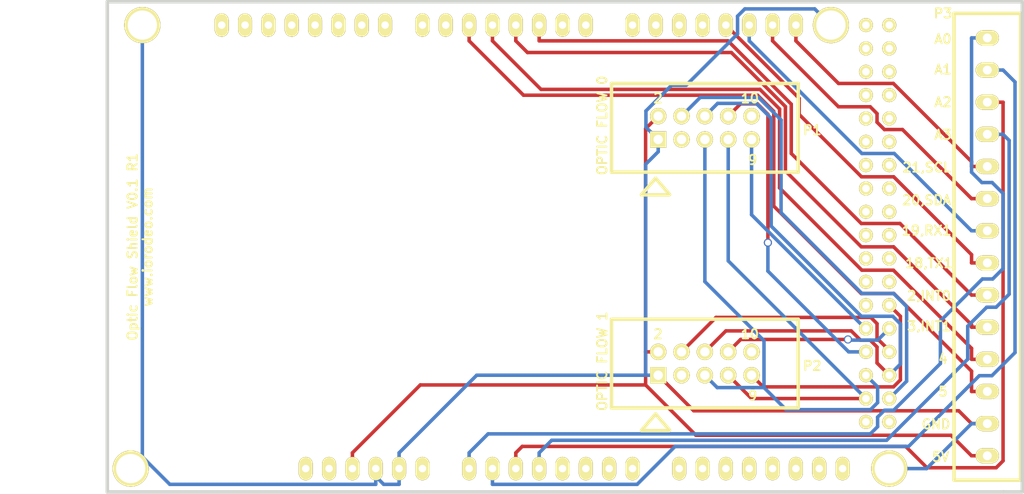
<source format=kicad_pcb>
(kicad_pcb (version 3) (host pcbnew "(2013-jul-07)-stable")

  (general
    (links 35)
    (no_connects 0)
    (area 110.506934 79.0956 224.282001 137.918)
    (thickness 1.6)
    (drawings 22)
    (tracks 222)
    (zones 0)
    (modules 4)
    (nets 24)
  )

  (page A3)
  (layers
    (15 F.Cu signal)
    (0 B.Cu signal)
    (16 B.Adhes user)
    (17 F.Adhes user)
    (18 B.Paste user)
    (19 F.Paste user)
    (20 B.SilkS user)
    (21 F.SilkS user)
    (22 B.Mask user)
    (23 F.Mask user)
    (24 Dwgs.User user)
    (25 Cmts.User user)
    (26 Eco1.User user)
    (27 Eco2.User user)
    (28 Edge.Cuts user)
  )

  (setup
    (last_trace_width 0.381)
    (trace_clearance 0.254)
    (zone_clearance 0.508)
    (zone_45_only no)
    (trace_min 0.254)
    (segment_width 0.2)
    (edge_width 0.381)
    (via_size 0.889)
    (via_drill 0.635)
    (via_min_size 0.889)
    (via_min_drill 0.508)
    (uvia_size 0.508)
    (uvia_drill 0.127)
    (uvias_allowed no)
    (uvia_min_size 0.508)
    (uvia_min_drill 0.127)
    (pcb_text_width 0.2032)
    (pcb_text_size 1.016 1.016)
    (mod_edge_width 0.381)
    (mod_text_size 1 1)
    (mod_text_width 0.15)
    (pad_size 1.651 2.54)
    (pad_drill 0.9652)
    (pad_to_mask_clearance 0)
    (aux_axis_origin 0 0)
    (visible_elements FFFFFFBF)
    (pcbplotparams
      (layerselection 284196865)
      (usegerberextensions true)
      (excludeedgelayer true)
      (linewidth 0.150000)
      (plotframeref false)
      (viasonmask false)
      (mode 1)
      (useauxorigin false)
      (hpglpennumber 1)
      (hpglpenspeed 20)
      (hpglpendiameter 15)
      (hpglpenoverlay 2)
      (psnegative false)
      (psa4output false)
      (plotreference true)
      (plotvalue true)
      (plotothertext true)
      (plotinvisibletext false)
      (padsonsilk false)
      (subtractmaskfromsilk false)
      (outputformat 1)
      (mirror false)
      (drillshape 0)
      (scaleselection 1)
      (outputdirectory gerber_v0p1/))
  )

  (net 0 "")
  (net 1 /5V)
  (net 2 /AD0)
  (net 3 /AD1)
  (net 4 /AD2)
  (net 5 /AD3)
  (net 6 /CS0)
  (net 7 /CS1)
  (net 8 /D18_TX1)
  (net 9 /D19_RX1)
  (net 10 /D20_SDA)
  (net 11 /D21_SCL)
  (net 12 /D2_INT0)
  (net 13 /D3_INT1)
  (net 14 /D4)
  (net 15 /D5)
  (net 16 /MISO)
  (net 17 /MOSI)
  (net 18 /NPD0)
  (net 19 /NPD1)
  (net 20 /RST0)
  (net 21 /RST1)
  (net 22 /SCK)
  (net 23 GND)

  (net_class Default "This is the default net class."
    (clearance 0.254)
    (trace_width 0.381)
    (via_dia 0.889)
    (via_drill 0.635)
    (uvia_dia 0.508)
    (uvia_drill 0.127)
    (add_net "")
    (add_net /5V)
    (add_net /AD0)
    (add_net /AD1)
    (add_net /AD2)
    (add_net /AD3)
    (add_net /CS0)
    (add_net /CS1)
    (add_net /D18_TX1)
    (add_net /D19_RX1)
    (add_net /D20_SDA)
    (add_net /D21_SCL)
    (add_net /D2_INT0)
    (add_net /D3_INT1)
    (add_net /D4)
    (add_net /D5)
    (add_net /MISO)
    (add_net /MOSI)
    (add_net /NPD0)
    (add_net /NPD1)
    (add_net /RST0)
    (add_net /RST1)
    (add_net /SCK)
    (add_net GND)
  )

  (module TERMBLOCK_14 (layer F.Cu) (tedit 558AF82E) (tstamp 558ADEDF)
    (at 220.218 110.744 90)
    (path /558AD59C)
    (fp_text reference P3 (at 25.4 -4.826 180) (layer F.SilkS)
      (effects (font (size 1.016 1.016) (thickness 0.2032)))
    )
    (fp_text value CONN_14 (at 0 -5.10032 90) (layer F.SilkS) hide
      (effects (font (size 1.524 1.524) (thickness 0.3048)))
    )
    (fp_line (start -25.4 -3.6195) (end -25.4 3.6195) (layer F.SilkS) (width 0.381))
    (fp_line (start -25.4 3.6195) (end 25.4 3.6195) (layer F.SilkS) (width 0.381))
    (fp_line (start 25.4 3.6195) (end 25.4 -3.6195) (layer F.SilkS) (width 0.381))
    (fp_line (start -25.4 -3.6195) (end 25.4 -3.6195) (layer F.SilkS) (width 0.381))
    (pad 1 thru_hole oval (at -22.73427 0 270) (size 1.651 2.54) (drill 0.9652)
      (layers *.Cu *.Mask F.SilkS)
      (net 1 /5V)
    )
    (pad 2 thru_hole oval (at -19.23669 0 270) (size 1.651 2.54) (drill 0.9652)
      (layers *.Cu *.Mask F.SilkS)
      (net 23 GND)
    )
    (pad 3 thru_hole oval (at -15.73911 0 270) (size 1.651 2.54) (drill 0.9652)
      (layers *.Cu *.Mask F.SilkS)
      (net 15 /D5)
    )
    (pad 4 thru_hole oval (at -12.24153 0 270) (size 1.651 2.54) (drill 0.9652)
      (layers *.Cu *.Mask F.SilkS)
      (net 14 /D4)
    )
    (pad 5 thru_hole oval (at -8.74395 0 270) (size 1.651 2.54) (drill 0.9652)
      (layers *.Cu *.Mask F.SilkS)
      (net 13 /D3_INT1)
    )
    (pad 6 thru_hole oval (at -5.24637 0 270) (size 1.651 2.54) (drill 0.9652)
      (layers *.Cu *.Mask F.SilkS)
      (net 12 /D2_INT0)
    )
    (pad 7 thru_hole oval (at -1.74879 0 270) (size 1.651 2.54) (drill 0.9652)
      (layers *.Cu *.Mask F.SilkS)
      (net 8 /D18_TX1)
    )
    (pad 8 thru_hole oval (at 1.74879 0 90) (size 1.651 2.54) (drill 0.9652)
      (layers *.Cu *.Mask F.SilkS)
      (net 9 /D19_RX1)
    )
    (pad 9 thru_hole oval (at 5.24637 0 90) (size 1.651 2.54) (drill 0.9652)
      (layers *.Cu *.Mask F.SilkS)
      (net 10 /D20_SDA)
    )
    (pad 10 thru_hole oval (at 8.74395 0 90) (size 1.651 2.54) (drill 0.9652)
      (layers *.Cu *.Mask F.SilkS)
      (net 11 /D21_SCL)
    )
    (pad 12 thru_hole oval (at 15.73911 0 90) (size 1.651 2.54) (drill 0.9652)
      (layers *.Cu *.Mask F.SilkS)
      (net 4 /AD2)
    )
    (pad 11 thru_hole oval (at 12.24153 0 90) (size 1.651 2.54) (drill 0.9652)
      (layers *.Cu *.Mask F.SilkS)
      (net 5 /AD3)
    )
    (pad 13 thru_hole oval (at 19.23669 0 270) (size 1.651 2.54) (drill 0.9652)
      (layers *.Cu *.Mask F.SilkS)
      (net 3 /AD1)
    )
    (pad 14 thru_hole oval (at 22.73427 0 270) (size 1.651 2.54) (drill 0.9652)
      (layers *.Cu *.Mask F.SilkS)
      (net 2 /AD0)
    )
  )

  (module 5X2_SHRD_HEADER (layer F.Cu) (tedit 558AF9EB) (tstamp 558ADF66)
    (at 189.484 97.79)
    (path /558A2169)
    (fp_text reference P1 (at 11.684 0.254) (layer F.SilkS)
      (effects (font (size 1.016 1.016) (thickness 0.2032)))
    )
    (fp_text value "OPTIC FLOW 0" (at -11.176 -0.254 90) (layer F.SilkS)
      (effects (font (size 1.016 1.016) (thickness 0.2032)))
    )
    (fp_line (start -10.16 -4.826) (end 10.16 -4.826) (layer F.SilkS) (width 0.381))
    (fp_line (start 10.16 -4.826) (end 10.16 4.826) (layer F.SilkS) (width 0.381))
    (fp_line (start 10.16 4.826) (end -10.16 4.826) (layer F.SilkS) (width 0.381))
    (fp_line (start -10.16 4.826) (end -10.16 -4.826) (layer F.SilkS) (width 0.381))
    (fp_line (start -6.90118 7.29996) (end -3.8989 7.29996) (layer F.SilkS) (width 0.381))
    (fp_text user 10 (at 4.89966 -3.2004) (layer F.SilkS)
      (effects (font (size 1.016 1.016) (thickness 0.2032)))
    )
    (fp_text user 9 (at 5.19938 3.50012) (layer F.SilkS)
      (effects (font (size 1.016 1.016) (thickness 0.2032)))
    )
    (fp_text user 2 (at -5.10032 -3.2004) (layer F.SilkS)
      (effects (font (size 1.016 1.016) (thickness 0.2032)))
    )
    (fp_line (start -5.36448 5.48894) (end -6.88848 7.26694) (layer F.SilkS) (width 0.381))
    (fp_line (start -3.84048 7.2644) (end -5.36448 5.4864) (layer F.SilkS) (width 0.381))
    (pad 1 thru_hole rect (at -5.08 1.27) (size 1.778 1.778) (drill 1.016)
      (layers *.Cu *.Mask F.SilkS)
      (net 23 GND)
    )
    (pad 2 thru_hole circle (at -5.08 -1.27) (size 1.778 1.778) (drill 1.016)
      (layers *.Cu *.Mask F.SilkS)
      (net 1 /5V)
    )
    (pad 3 thru_hole circle (at -2.54 1.27) (size 1.778 1.778) (drill 1.016)
      (layers *.Cu *.Mask F.SilkS)
    )
    (pad 4 thru_hole circle (at -2.54 -1.27) (size 1.778 1.778) (drill 1.016)
      (layers *.Cu *.Mask F.SilkS)
      (net 6 /CS0)
    )
    (pad 5 thru_hole circle (at 0 1.27) (size 1.778 1.778) (drill 1.016)
      (layers *.Cu *.Mask F.SilkS)
      (net 16 /MISO)
    )
    (pad 6 thru_hole circle (at 0 -1.27) (size 1.778 1.778) (drill 1.016)
      (layers *.Cu *.Mask F.SilkS)
      (net 17 /MOSI)
    )
    (pad 7 thru_hole circle (at 2.54 1.27) (size 1.778 1.778) (drill 1.016)
      (layers *.Cu *.Mask F.SilkS)
      (net 22 /SCK)
    )
    (pad 8 thru_hole circle (at 2.54 -1.27) (size 1.778 1.778) (drill 1.016)
      (layers *.Cu *.Mask F.SilkS)
      (net 20 /RST0)
    )
    (pad 9 thru_hole circle (at 5.08 1.27) (size 1.778 1.778) (drill 1.016)
      (layers *.Cu *.Mask F.SilkS)
      (net 18 /NPD0)
    )
    (pad 10 thru_hole circle (at 5.08 -1.27) (size 1.778 1.778) (drill 1.016)
      (layers *.Cu *.Mask F.SilkS)
    )
  )

  (module 5X2_SHRD_HEADER (layer F.Cu) (tedit 558AF9E3) (tstamp 558ADF7E)
    (at 189.484 123.444)
    (path /558A22EA)
    (fp_text reference P2 (at 11.684 0.254) (layer F.SilkS)
      (effects (font (size 1.016 1.016) (thickness 0.2032)))
    )
    (fp_text value "OPTIC FLOW 1" (at -11.176 -0.254 90) (layer F.SilkS)
      (effects (font (size 1.016 1.016) (thickness 0.2032)))
    )
    (fp_line (start -10.16 -4.826) (end 10.16 -4.826) (layer F.SilkS) (width 0.381))
    (fp_line (start 10.16 -4.826) (end 10.16 4.826) (layer F.SilkS) (width 0.381))
    (fp_line (start 10.16 4.826) (end -10.16 4.826) (layer F.SilkS) (width 0.381))
    (fp_line (start -10.16 4.826) (end -10.16 -4.826) (layer F.SilkS) (width 0.381))
    (fp_line (start -6.90118 7.29996) (end -3.8989 7.29996) (layer F.SilkS) (width 0.381))
    (fp_text user 10 (at 4.89966 -3.2004) (layer F.SilkS)
      (effects (font (size 1.016 1.016) (thickness 0.2032)))
    )
    (fp_text user 9 (at 5.19938 3.50012) (layer F.SilkS)
      (effects (font (size 1.016 1.016) (thickness 0.2032)))
    )
    (fp_text user 2 (at -5.10032 -3.2004) (layer F.SilkS)
      (effects (font (size 1.016 1.016) (thickness 0.2032)))
    )
    (fp_line (start -5.36448 5.48894) (end -6.88848 7.26694) (layer F.SilkS) (width 0.381))
    (fp_line (start -3.84048 7.2644) (end -5.36448 5.4864) (layer F.SilkS) (width 0.381))
    (pad 1 thru_hole rect (at -5.08 1.27) (size 1.778 1.778) (drill 1.016)
      (layers *.Cu *.Mask F.SilkS)
      (net 23 GND)
    )
    (pad 2 thru_hole circle (at -5.08 -1.27) (size 1.778 1.778) (drill 1.016)
      (layers *.Cu *.Mask F.SilkS)
      (net 1 /5V)
    )
    (pad 3 thru_hole circle (at -2.54 1.27) (size 1.778 1.778) (drill 1.016)
      (layers *.Cu *.Mask F.SilkS)
    )
    (pad 4 thru_hole circle (at -2.54 -1.27) (size 1.778 1.778) (drill 1.016)
      (layers *.Cu *.Mask F.SilkS)
      (net 7 /CS1)
    )
    (pad 5 thru_hole circle (at 0 1.27) (size 1.778 1.778) (drill 1.016)
      (layers *.Cu *.Mask F.SilkS)
      (net 16 /MISO)
    )
    (pad 6 thru_hole circle (at 0 -1.27) (size 1.778 1.778) (drill 1.016)
      (layers *.Cu *.Mask F.SilkS)
      (net 17 /MOSI)
    )
    (pad 7 thru_hole circle (at 2.54 1.27) (size 1.778 1.778) (drill 1.016)
      (layers *.Cu *.Mask F.SilkS)
      (net 22 /SCK)
    )
    (pad 8 thru_hole circle (at 2.54 -1.27) (size 1.778 1.778) (drill 1.016)
      (layers *.Cu *.Mask F.SilkS)
      (net 21 /RST1)
    )
    (pad 9 thru_hole circle (at 5.08 1.27) (size 1.778 1.778) (drill 1.016)
      (layers *.Cu *.Mask F.SilkS)
      (net 19 /NPD1)
    )
    (pad 10 thru_hole circle (at 5.08 -1.27) (size 1.778 1.778) (drill 1.016)
      (layers *.Cu *.Mask F.SilkS)
    )
  )

  (module ARDUINO_MEGA_SHIELD (layer F.Cu) (tedit 558AF83C) (tstamp 558ADF4E)
    (at 113.03 137.414)
    (path /558A0CAE)
    (fp_text reference SHIELD1 (at 6.35 -57.15) (layer F.SilkS) hide
      (effects (font (size 1.524 1.524) (thickness 0.3048)))
    )
    (fp_text value ARDUINO_MEGA_SHIELD (at 13.97 -54.61) (layer F.SilkS) hide
      (effects (font (size 1.524 1.524) (thickness 0.3048)))
    )
    (pad 14 thru_hole oval (at 68.58 -50.8 90) (size 2.54 1.524) (drill 0.8128)
      (layers *.Cu *.Mask F.SilkS)
    )
    (pad 15 thru_hole oval (at 71.12 -50.8 90) (size 2.54 1.524) (drill 0.8128)
      (layers *.Cu *.Mask F.SilkS)
    )
    (pad 16 thru_hole oval (at 73.66 -50.8 90) (size 2.54 1.524) (drill 0.8128)
      (layers *.Cu *.Mask F.SilkS)
    )
    (pad 17 thru_hole oval (at 76.2 -50.8 90) (size 2.54 1.524) (drill 0.8128)
      (layers *.Cu *.Mask F.SilkS)
    )
    (pad 18 thru_hole oval (at 78.74 -50.8 90) (size 2.54 1.524) (drill 0.8128)
      (layers *.Cu *.Mask F.SilkS)
      (net 8 /D18_TX1)
    )
    (pad 19 thru_hole oval (at 81.28 -50.8 90) (size 2.54 1.524) (drill 0.8128)
      (layers *.Cu *.Mask F.SilkS)
      (net 9 /D19_RX1)
    )
    (pad 20 thru_hole oval (at 83.82 -50.8 90) (size 2.54 1.524) (drill 0.8128)
      (layers *.Cu *.Mask F.SilkS)
      (net 10 /D20_SDA)
    )
    (pad 21 thru_hole oval (at 86.36 -50.8 90) (size 2.54 1.524) (drill 0.8128)
      (layers *.Cu *.Mask F.SilkS)
      (net 11 /D21_SCL)
    )
    (pad AD15 thru_hole oval (at 91.44 -2.54 90) (size 2.54 1.524) (drill 0.8128)
      (layers *.Cu *.Mask F.SilkS)
    )
    (pad AD14 thru_hole oval (at 88.9 -2.54 90) (size 2.54 1.524) (drill 0.8128)
      (layers *.Cu *.Mask F.SilkS)
    )
    (pad AD13 thru_hole oval (at 86.36 -2.54 90) (size 2.54 1.524) (drill 0.8128)
      (layers *.Cu *.Mask F.SilkS)
    )
    (pad AD12 thru_hole oval (at 83.82 -2.54 90) (size 2.54 1.524) (drill 0.8128)
      (layers *.Cu *.Mask F.SilkS)
    )
    (pad AD8 thru_hole oval (at 73.66 -2.54 90) (size 2.54 1.524) (drill 0.8128)
      (layers *.Cu *.Mask F.SilkS)
    )
    (pad AD7 thru_hole oval (at 68.58 -2.54 90) (size 2.54 1.524) (drill 0.8128)
      (layers *.Cu *.Mask F.SilkS)
    )
    (pad AD6 thru_hole oval (at 66.04 -2.54 90) (size 2.54 1.524) (drill 0.8128)
      (layers *.Cu *.Mask F.SilkS)
    )
    (pad AD9 thru_hole oval (at 76.2 -2.54 90) (size 2.54 1.524) (drill 0.8128)
      (layers *.Cu *.Mask F.SilkS)
    )
    (pad AD10 thru_hole oval (at 78.74 -2.54 90) (size 2.54 1.524) (drill 0.8128)
      (layers *.Cu *.Mask F.SilkS)
    )
    (pad AD11 thru_hole oval (at 81.28 -2.54 90) (size 2.54 1.524) (drill 0.8128)
      (layers *.Cu *.Mask F.SilkS)
    )
    (pad AD5 thru_hole oval (at 63.5 -2.54 90) (size 2.54 1.524) (drill 0.8128)
      (layers *.Cu *.Mask F.SilkS)
    )
    (pad AD4 thru_hole oval (at 60.96 -2.54 90) (size 2.54 1.524) (drill 0.8128)
      (layers *.Cu *.Mask F.SilkS)
    )
    (pad AD3 thru_hole oval (at 58.42 -2.54 90) (size 2.54 1.524) (drill 0.8128)
      (layers *.Cu *.Mask F.SilkS)
      (net 5 /AD3)
    )
    (pad AD0 thru_hole oval (at 50.8 -2.54 90) (size 2.54 1.524) (drill 0.8128)
      (layers *.Cu *.Mask F.SilkS)
      (net 2 /AD0)
    )
    (pad AD1 thru_hole oval (at 53.34 -2.54 90) (size 2.54 1.524) (drill 0.8128)
      (layers *.Cu *.Mask F.SilkS)
      (net 3 /AD1)
    )
    (pad AD2 thru_hole oval (at 55.88 -2.54 90) (size 2.54 1.524) (drill 0.8128)
      (layers *.Cu *.Mask F.SilkS)
      (net 4 /AD2)
    )
    (pad V_IN thru_hole oval (at 45.72 -2.54 90) (size 2.54 1.524) (drill 0.8128)
      (layers *.Cu *.Mask F.SilkS)
    )
    (pad GND2 thru_hole oval (at 43.18 -2.54 90) (size 2.54 1.524) (drill 0.8128)
      (layers *.Cu *.Mask F.SilkS)
      (net 23 GND)
    )
    (pad GND1 thru_hole oval (at 40.64 -2.54 90) (size 2.54 1.524) (drill 0.8128)
      (layers *.Cu *.Mask F.SilkS)
      (net 23 GND)
    )
    (pad 3V3 thru_hole oval (at 35.56 -2.54 90) (size 2.54 1.524) (drill 0.8128)
      (layers *.Cu *.Mask F.SilkS)
    )
    (pad RST thru_hole oval (at 33.02 -2.54 90) (size 2.54 1.524) (drill 0.8128)
      (layers *.Cu *.Mask F.SilkS)
    )
    (pad 0 thru_hole oval (at 63.5 -50.8 90) (size 2.54 1.524) (drill 0.8128)
      (layers *.Cu *.Mask F.SilkS)
    )
    (pad 1 thru_hole oval (at 60.96 -50.8 90) (size 2.54 1.524) (drill 0.8128)
      (layers *.Cu *.Mask F.SilkS)
    )
    (pad 2 thru_hole oval (at 58.42 -50.8 90) (size 2.54 1.524) (drill 0.8128)
      (layers *.Cu *.Mask F.SilkS)
      (net 12 /D2_INT0)
    )
    (pad 3 thru_hole oval (at 55.88 -50.8 90) (size 2.54 1.524) (drill 0.8128)
      (layers *.Cu *.Mask F.SilkS)
      (net 13 /D3_INT1)
    )
    (pad 4 thru_hole oval (at 53.34 -50.8 90) (size 2.54 1.524) (drill 0.8128)
      (layers *.Cu *.Mask F.SilkS)
      (net 14 /D4)
    )
    (pad 5 thru_hole oval (at 50.8 -50.8 90) (size 2.54 1.524) (drill 0.8128)
      (layers *.Cu *.Mask F.SilkS)
      (net 15 /D5)
    )
    (pad 6 thru_hole oval (at 48.26 -50.8 90) (size 2.54 1.524) (drill 0.8128)
      (layers *.Cu *.Mask F.SilkS)
    )
    (pad 7 thru_hole oval (at 45.72 -50.8 90) (size 2.54 1.524) (drill 0.8128)
      (layers *.Cu *.Mask F.SilkS)
    )
    (pad 8 thru_hole oval (at 41.656 -50.8 90) (size 2.54 1.524) (drill 0.8128)
      (layers *.Cu *.Mask F.SilkS)
    )
    (pad 9 thru_hole oval (at 39.116 -50.8 90) (size 2.54 1.524) (drill 0.8128)
      (layers *.Cu *.Mask F.SilkS)
    )
    (pad 10 thru_hole oval (at 36.576 -50.8 90) (size 2.54 1.524) (drill 0.8128)
      (layers *.Cu *.Mask F.SilkS)
    )
    (pad 11 thru_hole oval (at 34.036 -50.8 90) (size 2.54 1.524) (drill 0.8128)
      (layers *.Cu *.Mask F.SilkS)
    )
    (pad 12 thru_hole oval (at 31.496 -50.8 90) (size 2.54 1.524) (drill 0.8128)
      (layers *.Cu *.Mask F.SilkS)
    )
    (pad 13 thru_hole oval (at 28.956 -50.8 90) (size 2.54 1.524) (drill 0.8128)
      (layers *.Cu *.Mask F.SilkS)
    )
    (pad GND3 thru_hole oval (at 26.416 -50.8 90) (size 2.54 1.524) (drill 0.8128)
      (layers *.Cu *.Mask F.SilkS)
    )
    (pad AREF thru_hole oval (at 23.876 -50.8 90) (size 2.54 1.524) (drill 0.8128)
      (layers *.Cu *.Mask F.SilkS)
    )
    (pad 5V thru_hole oval (at 38.1 -2.54 90) (size 2.54 1.524) (drill 0.8128)
      (layers *.Cu *.Mask F.SilkS)
      (net 1 /5V)
    )
    (pad GND1 thru_hole circle (at 96.52 -2.54 90) (size 3.937 3.937) (drill 3.175)
      (layers *.Cu *.Mask F.SilkS)
      (net 23 GND)
    )
    (pad GND1 thru_hole circle (at 90.17 -50.8 90) (size 3.937 3.937) (drill 3.175)
      (layers *.Cu *.Mask F.SilkS)
      (net 23 GND)
    )
    (pad GND1 thru_hole circle (at 15.24 -50.8 90) (size 3.937 3.937) (drill 3.175)
      (layers *.Cu *.Mask F.SilkS)
      (net 23 GND)
    )
    (pad GND1 thru_hole circle (at 13.97 -2.54 90) (size 3.937 3.937) (drill 3.175)
      (layers *.Cu *.Mask F.SilkS)
      (net 23 GND)
    )
    (pad 22 thru_hole circle (at 93.98 -48.26) (size 1.524 1.524) (drill 0.8128)
      (layers *.Cu *.Mask F.SilkS)
    )
    (pad 23 thru_hole circle (at 96.52 -48.26) (size 1.524 1.524) (drill 0.8128)
      (layers *.Cu *.Mask F.SilkS)
    )
    (pad 24 thru_hole circle (at 93.98 -45.72) (size 1.524 1.524) (drill 0.8128)
      (layers *.Cu *.Mask F.SilkS)
    )
    (pad 25 thru_hole circle (at 96.52 -45.72) (size 1.524 1.524) (drill 0.8128)
      (layers *.Cu *.Mask F.SilkS)
    )
    (pad 26 thru_hole circle (at 93.98 -43.18) (size 1.524 1.524) (drill 0.8128)
      (layers *.Cu *.Mask F.SilkS)
    )
    (pad 27 thru_hole circle (at 96.52 -43.18) (size 1.524 1.524) (drill 0.8128)
      (layers *.Cu *.Mask F.SilkS)
    )
    (pad 28 thru_hole circle (at 93.98 -40.64) (size 1.524 1.524) (drill 0.8128)
      (layers *.Cu *.Mask F.SilkS)
    )
    (pad 29 thru_hole circle (at 96.52 -40.64) (size 1.524 1.524) (drill 0.8128)
      (layers *.Cu *.Mask F.SilkS)
    )
    (pad 5V_4 thru_hole circle (at 93.98 -50.8) (size 1.524 1.524) (drill 0.8128)
      (layers *.Cu *.Mask F.SilkS)
    )
    (pad 5V_5 thru_hole circle (at 96.52 -50.8) (size 1.524 1.524) (drill 0.8128)
      (layers *.Cu *.Mask F.SilkS)
    )
    (pad 31 thru_hole circle (at 96.52 -38.1) (size 1.524 1.524) (drill 0.8128)
      (layers *.Cu *.Mask F.SilkS)
    )
    (pad 30 thru_hole circle (at 93.98 -38.1) (size 1.524 1.524) (drill 0.8128)
      (layers *.Cu *.Mask F.SilkS)
    )
    (pad 32 thru_hole circle (at 93.98 -35.56) (size 1.524 1.524) (drill 0.8128)
      (layers *.Cu *.Mask F.SilkS)
    )
    (pad 33 thru_hole circle (at 96.52 -35.56) (size 1.524 1.524) (drill 0.8128)
      (layers *.Cu *.Mask F.SilkS)
    )
    (pad 34 thru_hole circle (at 93.98 -33.02) (size 1.524 1.524) (drill 0.8128)
      (layers *.Cu *.Mask F.SilkS)
    )
    (pad 35 thru_hole circle (at 96.52 -33.02) (size 1.524 1.524) (drill 0.8128)
      (layers *.Cu *.Mask F.SilkS)
    )
    (pad 36 thru_hole circle (at 93.98 -30.48) (size 1.524 1.524) (drill 0.8128)
      (layers *.Cu *.Mask F.SilkS)
    )
    (pad 37 thru_hole circle (at 96.52 -30.48) (size 1.524 1.524) (drill 0.8128)
      (layers *.Cu *.Mask F.SilkS)
    )
    (pad 38 thru_hole circle (at 93.98 -27.94) (size 1.524 1.524) (drill 0.8128)
      (layers *.Cu *.Mask F.SilkS)
    )
    (pad 39 thru_hole circle (at 96.52 -27.94) (size 1.524 1.524) (drill 0.8128)
      (layers *.Cu *.Mask F.SilkS)
    )
    (pad 40 thru_hole circle (at 93.98 -25.4) (size 1.524 1.524) (drill 0.8128)
      (layers *.Cu *.Mask F.SilkS)
    )
    (pad 41 thru_hole circle (at 96.52 -25.4) (size 1.524 1.524) (drill 0.8128)
      (layers *.Cu *.Mask F.SilkS)
    )
    (pad 42 thru_hole circle (at 93.98 -22.86) (size 1.524 1.524) (drill 0.8128)
      (layers *.Cu *.Mask F.SilkS)
    )
    (pad 43 thru_hole circle (at 96.52 -22.86) (size 1.524 1.524) (drill 0.8128)
      (layers *.Cu *.Mask F.SilkS)
    )
    (pad 44 thru_hole circle (at 93.98 -20.32) (size 1.524 1.524) (drill 0.8128)
      (layers *.Cu *.Mask F.SilkS)
    )
    (pad 45 thru_hole circle (at 96.52 -20.32) (size 1.524 1.524) (drill 0.8128)
      (layers *.Cu *.Mask F.SilkS)
      (net 19 /NPD1)
    )
    (pad 46 thru_hole circle (at 93.98 -17.78) (size 1.524 1.524) (drill 0.8128)
      (layers *.Cu *.Mask F.SilkS)
      (net 18 /NPD0)
    )
    (pad 47 thru_hole circle (at 96.52 -17.78) (size 1.524 1.524) (drill 0.8128)
      (layers *.Cu *.Mask F.SilkS)
      (net 21 /RST1)
    )
    (pad 48 thru_hole circle (at 93.98 -15.24) (size 1.524 1.524) (drill 0.8128)
      (layers *.Cu *.Mask F.SilkS)
      (net 20 /RST0)
    )
    (pad 49 thru_hole circle (at 96.52 -15.24) (size 1.524 1.524) (drill 0.8128)
      (layers *.Cu *.Mask F.SilkS)
      (net 7 /CS1)
    )
    (pad 50 thru_hole circle (at 93.98 -12.7) (size 1.524 1.524) (drill 0.8128)
      (layers *.Cu *.Mask F.SilkS)
      (net 16 /MISO)
    )
    (pad 51 thru_hole circle (at 96.52 -12.7) (size 1.524 1.524) (drill 0.8128)
      (layers *.Cu *.Mask F.SilkS)
      (net 17 /MOSI)
    )
    (pad 52 thru_hole circle (at 93.98 -10.16) (size 1.524 1.524) (drill 0.8128)
      (layers *.Cu *.Mask F.SilkS)
      (net 22 /SCK)
    )
    (pad 53 thru_hole circle (at 96.52 -10.16) (size 1.524 1.524) (drill 0.8128)
      (layers *.Cu *.Mask F.SilkS)
      (net 6 /CS0)
    )
    (pad GND4 thru_hole circle (at 93.98 -7.62) (size 1.524 1.524) (drill 0.8128)
      (layers *.Cu *.Mask F.SilkS)
    )
    (pad GND5 thru_hole circle (at 96.52 -7.62) (size 1.524 1.524) (drill 0.8128)
      (layers *.Cu *.Mask F.SilkS)
    )
    (model packages3d\nick\ArduinoMegaShield.wrl
      (at (xyz 0 0 0))
      (scale (xyz 1 1 1))
      (rotate (xyz 0 0 0))
    )
  )

  (gr_text 5V (at 215.138 133.604) (layer F.SilkS)
    (effects (font (size 1.016 1.016) (thickness 0.2032)))
  )
  (gr_text GND (at 214.63 130.048) (layer F.SilkS)
    (effects (font (size 1.016 1.016) (thickness 0.2032)))
  )
  (gr_text 5 (at 215.392 126.492) (layer F.SilkS)
    (effects (font (size 1.016 1.016) (thickness 0.2032)))
  )
  (gr_text 4 (at 215.392 122.936) (layer F.SilkS)
    (effects (font (size 1.016 1.016) (thickness 0.2032)))
  )
  (gr_text 3,INT1 (at 213.868 119.38) (layer F.SilkS)
    (effects (font (size 1.016 1.016) (thickness 0.2032)))
  )
  (gr_text 2,INT0 (at 213.868 116.078) (layer F.SilkS)
    (effects (font (size 1.016 1.016) (thickness 0.2032)))
  )
  (gr_text 18,TX1 (at 213.868 112.522) (layer F.SilkS)
    (effects (font (size 1.016 1.016) (thickness 0.2032)))
  )
  (gr_text 19,RX1 (at 213.614 108.966) (layer F.SilkS)
    (effects (font (size 1.016 1.016) (thickness 0.2032)))
  )
  (gr_text 20,SDA (at 213.614 105.664) (layer F.SilkS)
    (effects (font (size 1.016 1.016) (thickness 0.2032)))
  )
  (gr_text 21,SCL (at 213.614 102.108) (layer F.SilkS)
    (effects (font (size 1.016 1.016) (thickness 0.2032)))
  )
  (gr_text A2 (at 215.392 94.996) (layer F.SilkS)
    (effects (font (size 1.016 1.016) (thickness 0.2032)))
  )
  (gr_text A3 (at 215.392 98.552) (layer F.SilkS)
    (effects (font (size 1.016 1.016) (thickness 0.2032)))
  )
  (gr_text A1 (at 215.392 91.44) (layer F.SilkS)
    (effects (font (size 1.016 1.016) (thickness 0.2032)))
  )
  (gr_text A0 (at 215.392 88.138) (layer F.SilkS)
    (effects (font (size 1.016 1.016) (thickness 0.2032)))
  )
  (gr_line (start 224.028 137.414) (end 221.996 137.414) (angle 90) (layer Edge.Cuts) (width 0.381))
  (gr_line (start 224.028 84.074) (end 224.028 137.414) (angle 90) (layer Edge.Cuts) (width 0.381))
  (gr_line (start 221.996 84.074) (end 224.028 84.074) (angle 90) (layer Edge.Cuts) (width 0.381))
  (gr_text "Optic Flow Shield V0.1 R1\nwww.iorodeo.com" (at 128.016 110.744 90) (layer F.SilkS)
    (effects (font (size 1.016 1.016) (thickness 0.2032)))
  )
  (gr_line (start 124.46 84.074) (end 125.73 84.074) (angle 90) (layer Edge.Cuts) (width 0.381))
  (gr_line (start 124.46 137.414) (end 124.46 84.074) (angle 90) (layer Edge.Cuts) (width 0.381))
  (gr_line (start 221.996 137.414) (end 124.46 137.414) (angle 90) (layer Edge.Cuts) (width 0.381))
  (gr_line (start 221.996 84.074) (end 125.73 84.074) (angle 90) (layer Edge.Cuts) (width 0.381))

  (segment (start 184.404 122.174) (end 183.0347 122.174) (width 0.381) (layer F.Cu) (net 1))
  (segment (start 183.0347 97.8893) (end 184.404 96.52) (width 0.381) (layer F.Cu) (net 1))
  (segment (start 183.0347 122.174) (end 183.0347 97.8893) (width 0.381) (layer F.Cu) (net 1))
  (segment (start 151.13 134.874) (end 151.13 133.1592) (width 0.381) (layer F.Cu) (net 1))
  (segment (start 220.218 133.4783) (end 218.5032 133.4783) (width 0.381) (layer F.Cu) (net 1))
  (segment (start 158.5159 125.7733) (end 183.0347 125.7733) (width 0.381) (layer F.Cu) (net 1))
  (segment (start 151.13 133.1592) (end 158.5159 125.7733) (width 0.381) (layer F.Cu) (net 1))
  (segment (start 183.0347 122.174) (end 183.0347 125.7733) (width 0.381) (layer F.Cu) (net 1))
  (segment (start 216.276 131.2511) (end 218.5032 133.4783) (width 0.381) (layer F.Cu) (net 1))
  (segment (start 188.5125 131.2511) (end 216.276 131.2511) (width 0.381) (layer F.Cu) (net 1))
  (segment (start 183.0347 125.7733) (end 188.5125 131.2511) (width 0.381) (layer F.Cu) (net 1))
  (segment (start 218.5032 102.6271) (end 218.5032 88.0097) (width 0.381) (layer B.Cu) (net 2))
  (segment (start 219.6249 103.7488) (end 218.5032 102.6271) (width 0.381) (layer B.Cu) (net 2))
  (segment (start 220.7466 103.7488) (end 219.6249 103.7488) (width 0.381) (layer B.Cu) (net 2))
  (segment (start 221.9328 104.935) (end 220.7466 103.7488) (width 0.381) (layer B.Cu) (net 2))
  (segment (start 221.9328 113.1141) (end 221.9328 104.935) (width 0.381) (layer B.Cu) (net 2))
  (segment (start 220.8053 114.2416) (end 221.9328 113.1141) (width 0.381) (layer B.Cu) (net 2))
  (segment (start 219.6776 114.2416) (end 220.8053 114.2416) (width 0.381) (layer B.Cu) (net 2))
  (segment (start 215.1125 118.8067) (end 219.6776 114.2416) (width 0.381) (layer B.Cu) (net 2))
  (segment (start 215.1125 123.4433) (end 215.1125 118.8067) (width 0.381) (layer B.Cu) (net 2))
  (segment (start 210.0318 128.524) (end 215.1125 123.4433) (width 0.381) (layer B.Cu) (net 2))
  (segment (start 209.03 128.524) (end 210.0318 128.524) (width 0.381) (layer B.Cu) (net 2))
  (segment (start 208.28 129.274) (end 209.03 128.524) (width 0.381) (layer B.Cu) (net 2))
  (segment (start 208.28 130.3087) (end 208.28 129.274) (width 0.381) (layer B.Cu) (net 2))
  (segment (start 207.4925 131.0962) (end 208.28 130.3087) (width 0.381) (layer B.Cu) (net 2))
  (segment (start 165.893 131.0962) (end 207.4925 131.0962) (width 0.381) (layer B.Cu) (net 2))
  (segment (start 163.83 133.1592) (end 165.893 131.0962) (width 0.381) (layer B.Cu) (net 2))
  (segment (start 163.83 134.874) (end 163.83 133.1592) (width 0.381) (layer B.Cu) (net 2))
  (segment (start 220.218 88.0097) (end 218.5032 88.0097) (width 0.381) (layer B.Cu) (net 2))
  (segment (start 223.2318 92.8063) (end 221.9328 91.5073) (width 0.381) (layer B.Cu) (net 3))
  (segment (start 223.2318 122.2537) (end 223.2318 92.8063) (width 0.381) (layer B.Cu) (net 3))
  (segment (start 220.7222 124.7633) (end 223.2318 122.2537) (width 0.381) (layer B.Cu) (net 3))
  (segment (start 219.35 124.7633) (end 220.7222 124.7633) (width 0.381) (layer B.Cu) (net 3))
  (segment (start 211.6527 132.4606) (end 219.35 124.7633) (width 0.381) (layer B.Cu) (net 3))
  (segment (start 186.2427 132.4606) (end 211.6527 132.4606) (width 0.381) (layer B.Cu) (net 3))
  (segment (start 182.1145 136.5888) (end 186.2427 132.4606) (width 0.381) (layer B.Cu) (net 3))
  (segment (start 166.37 136.5888) (end 182.1145 136.5888) (width 0.381) (layer B.Cu) (net 3))
  (segment (start 166.37 134.874) (end 166.37 136.5888) (width 0.381) (layer B.Cu) (net 3))
  (segment (start 220.218 91.5073) (end 221.9328 91.5073) (width 0.381) (layer B.Cu) (net 3))
  (segment (start 221.9328 134.0294) (end 221.9328 95.0049) (width 0.381) (layer F.Cu) (net 4))
  (segment (start 221.1805 134.7817) (end 221.9328 134.0294) (width 0.381) (layer F.Cu) (net 4))
  (segment (start 213.6489 134.7817) (end 221.1805 134.7817) (width 0.381) (layer F.Cu) (net 4))
  (segment (start 211.3278 132.4606) (end 213.6489 134.7817) (width 0.381) (layer F.Cu) (net 4))
  (segment (start 169.6086 132.4606) (end 211.3278 132.4606) (width 0.381) (layer F.Cu) (net 4))
  (segment (start 168.91 133.1592) (end 169.6086 132.4606) (width 0.381) (layer F.Cu) (net 4))
  (segment (start 168.91 134.874) (end 168.91 133.1592) (width 0.381) (layer F.Cu) (net 4))
  (segment (start 220.218 95.0049) (end 221.9328 95.0049) (width 0.381) (layer F.Cu) (net 4))
  (segment (start 222.5924 99.1621) (end 221.9328 98.5025) (width 0.381) (layer B.Cu) (net 5))
  (segment (start 222.5924 115.8968) (end 222.5924 99.1621) (width 0.381) (layer B.Cu) (net 5))
  (segment (start 221.1737 117.3155) (end 222.5924 115.8968) (width 0.381) (layer B.Cu) (net 5))
  (segment (start 220.1491 117.3155) (end 221.1737 117.3155) (width 0.381) (layer B.Cu) (net 5))
  (segment (start 218.0844 119.3802) (end 220.1491 117.3155) (width 0.381) (layer B.Cu) (net 5))
  (segment (start 218.0844 122.9713) (end 218.0844 119.3802) (width 0.381) (layer B.Cu) (net 5))
  (segment (start 209.261 131.7947) (end 218.0844 122.9713) (width 0.381) (layer B.Cu) (net 5))
  (segment (start 172.8145 131.7947) (end 209.261 131.7947) (width 0.381) (layer B.Cu) (net 5))
  (segment (start 171.45 133.1592) (end 172.8145 131.7947) (width 0.381) (layer B.Cu) (net 5))
  (segment (start 171.45 134.874) (end 171.45 133.1592) (width 0.381) (layer B.Cu) (net 5))
  (segment (start 220.218 98.5025) (end 221.9328 98.5025) (width 0.381) (layer B.Cu) (net 5))
  (segment (start 188.9843 94.4797) (end 186.944 96.52) (width 0.381) (layer B.Cu) (net 6))
  (segment (start 195.3173 94.4797) (end 188.9843 94.4797) (width 0.381) (layer B.Cu) (net 6))
  (segment (start 197.7746 96.937) (end 195.3173 94.4797) (width 0.381) (layer B.Cu) (net 6))
  (segment (start 197.7746 107.026) (end 197.7746 96.937) (width 0.381) (layer B.Cu) (net 6))
  (segment (start 206.5726 115.824) (end 197.7746 107.026) (width 0.381) (layer B.Cu) (net 6))
  (segment (start 210.0169 115.824) (end 206.5726 115.824) (width 0.381) (layer B.Cu) (net 6))
  (segment (start 211.4379 117.245) (end 210.0169 115.824) (width 0.381) (layer B.Cu) (net 6))
  (segment (start 211.4379 125.3661) (end 211.4379 117.245) (width 0.381) (layer B.Cu) (net 6))
  (segment (start 209.55 127.254) (end 211.4379 125.3661) (width 0.381) (layer B.Cu) (net 6))
  (segment (start 190.6928 118.4252) (end 186.944 122.174) (width 0.381) (layer F.Cu) (net 7))
  (segment (start 207.5383 118.4252) (end 190.6928 118.4252) (width 0.381) (layer F.Cu) (net 7))
  (segment (start 208.2169 119.1038) (end 207.5383 118.4252) (width 0.381) (layer F.Cu) (net 7))
  (segment (start 208.2169 120.6942) (end 208.2169 119.1038) (width 0.381) (layer F.Cu) (net 7))
  (segment (start 209.55 122.0273) (end 208.2169 120.6942) (width 0.381) (layer F.Cu) (net 7))
  (segment (start 209.55 122.174) (end 209.55 122.0273) (width 0.381) (layer F.Cu) (net 7))
  (segment (start 220.218 112.4928) (end 218.5032 112.4928) (width 0.381) (layer F.Cu) (net 8))
  (segment (start 199.7427 94.5867) (end 191.77 86.614) (width 0.381) (layer F.Cu) (net 8))
  (segment (start 199.7427 96.3355) (end 199.7427 94.5867) (width 0.381) (layer F.Cu) (net 8))
  (segment (start 206.5312 103.124) (end 199.7427 96.3355) (width 0.381) (layer F.Cu) (net 8))
  (segment (start 210.0321 103.124) (end 206.5312 103.124) (width 0.381) (layer F.Cu) (net 8))
  (segment (start 218.5032 111.5951) (end 210.0321 103.124) (width 0.381) (layer F.Cu) (net 8))
  (segment (start 218.5032 112.4928) (end 218.5032 111.5951) (width 0.381) (layer F.Cu) (net 8))
  (segment (start 210.092 100.584) (end 218.5032 108.9952) (width 0.381) (layer B.Cu) (net 9))
  (segment (start 206.5652 100.584) (end 210.092 100.584) (width 0.381) (layer B.Cu) (net 9))
  (segment (start 194.31 88.3288) (end 206.5652 100.584) (width 0.381) (layer B.Cu) (net 9))
  (segment (start 194.31 86.614) (end 194.31 88.3288) (width 0.381) (layer B.Cu) (net 9))
  (segment (start 220.218 108.9952) (end 218.5032 108.9952) (width 0.381) (layer B.Cu) (net 9))
  (segment (start 204.0252 95.504) (end 196.85 88.3288) (width 0.381) (layer F.Cu) (net 10))
  (segment (start 207.4771 95.504) (end 204.0252 95.504) (width 0.381) (layer F.Cu) (net 10))
  (segment (start 208.2169 96.2438) (end 207.4771 95.504) (width 0.381) (layer F.Cu) (net 10))
  (segment (start 208.2169 97.1779) (end 208.2169 96.2438) (width 0.381) (layer F.Cu) (net 10))
  (segment (start 209.0199 97.9809) (end 208.2169 97.1779) (width 0.381) (layer F.Cu) (net 10))
  (segment (start 210.9865 97.9809) (end 209.0199 97.9809) (width 0.381) (layer F.Cu) (net 10))
  (segment (start 218.5032 105.4976) (end 210.9865 97.9809) (width 0.381) (layer F.Cu) (net 10))
  (segment (start 220.218 105.4976) (end 218.5032 105.4976) (width 0.381) (layer F.Cu) (net 10))
  (segment (start 196.85 86.614) (end 196.85 88.3288) (width 0.381) (layer F.Cu) (net 10))
  (segment (start 218.5032 101.4737) (end 218.5032 102) (width 0.381) (layer F.Cu) (net 11))
  (segment (start 209.9935 92.964) (end 218.5032 101.4737) (width 0.381) (layer F.Cu) (net 11))
  (segment (start 204.0252 92.964) (end 209.9935 92.964) (width 0.381) (layer F.Cu) (net 11))
  (segment (start 199.39 88.3288) (end 204.0252 92.964) (width 0.381) (layer F.Cu) (net 11))
  (segment (start 199.39 86.614) (end 199.39 88.3288) (width 0.381) (layer F.Cu) (net 11))
  (segment (start 220.218 102) (end 218.5032 102) (width 0.381) (layer F.Cu) (net 11))
  (segment (start 171.45 86.614) (end 171.45 88.3288) (width 0.381) (layer F.Cu) (net 12))
  (segment (start 220.218 115.9904) (end 218.5032 115.9904) (width 0.381) (layer F.Cu) (net 12))
  (segment (start 191.9942 88.3288) (end 171.45 88.3288) (width 0.381) (layer F.Cu) (net 12))
  (segment (start 198.8832 95.2178) (end 191.9942 88.3288) (width 0.381) (layer F.Cu) (net 12))
  (segment (start 198.8832 100.5802) (end 198.8832 95.2178) (width 0.381) (layer F.Cu) (net 12))
  (segment (start 206.507 108.204) (end 198.8832 100.5802) (width 0.381) (layer F.Cu) (net 12))
  (segment (start 210.7168 108.204) (end 206.507 108.204) (width 0.381) (layer F.Cu) (net 12))
  (segment (start 218.5032 115.9904) (end 210.7168 108.204) (width 0.381) (layer F.Cu) (net 12))
  (segment (start 168.91 86.614) (end 168.91 88.3288) (width 0.381) (layer F.Cu) (net 13))
  (segment (start 220.218 119.4879) (end 218.5032 119.4879) (width 0.381) (layer F.Cu) (net 13))
  (segment (start 170.1807 89.5995) (end 168.91 88.3288) (width 0.381) (layer F.Cu) (net 13))
  (segment (start 192.3665 89.5995) (end 170.1807 89.5995) (width 0.381) (layer F.Cu) (net 13))
  (segment (start 198.2476 95.4806) (end 192.3665 89.5995) (width 0.381) (layer F.Cu) (net 13))
  (segment (start 198.2476 102.4846) (end 198.2476 95.4806) (width 0.381) (layer F.Cu) (net 13))
  (segment (start 206.507 110.744) (end 198.2476 102.4846) (width 0.381) (layer F.Cu) (net 13))
  (segment (start 210.0224 110.744) (end 206.507 110.744) (width 0.381) (layer F.Cu) (net 13))
  (segment (start 218.5032 119.2248) (end 210.0224 110.744) (width 0.381) (layer F.Cu) (net 13))
  (segment (start 218.5032 119.4879) (end 218.5032 119.2248) (width 0.381) (layer F.Cu) (net 13))
  (segment (start 166.37 86.614) (end 166.37 88.3288) (width 0.381) (layer F.Cu) (net 14))
  (segment (start 220.218 122.9855) (end 218.5032 122.9855) (width 0.381) (layer F.Cu) (net 14))
  (segment (start 171.6496 93.6084) (end 166.37 88.3288) (width 0.381) (layer F.Cu) (net 14))
  (segment (start 195.477 93.6084) (end 171.6496 93.6084) (width 0.381) (layer F.Cu) (net 14))
  (segment (start 197.6123 95.7437) (end 195.477 93.6084) (width 0.381) (layer F.Cu) (net 14))
  (segment (start 197.6123 104.3328) (end 197.6123 95.7437) (width 0.381) (layer F.Cu) (net 14))
  (segment (start 206.5635 113.284) (end 197.6123 104.3328) (width 0.381) (layer F.Cu) (net 14))
  (segment (start 209.9965 113.284) (end 206.5635 113.284) (width 0.381) (layer F.Cu) (net 14))
  (segment (start 218.5032 121.7907) (end 209.9965 113.284) (width 0.381) (layer F.Cu) (net 14))
  (segment (start 218.5032 122.9855) (end 218.5032 121.7907) (width 0.381) (layer F.Cu) (net 14))
  (segment (start 218.5032 124.2756) (end 218.5032 126.4831) (width 0.381) (layer F.Cu) (net 15))
  (segment (start 210.0516 115.824) (end 218.5032 124.2756) (width 0.381) (layer F.Cu) (net 15))
  (segment (start 206.4933 115.824) (end 210.0516 115.824) (width 0.381) (layer F.Cu) (net 15))
  (segment (start 196.977 106.3077) (end 206.4933 115.824) (width 0.381) (layer F.Cu) (net 15))
  (segment (start 196.977 96.0068) (end 196.977 106.3077) (width 0.381) (layer F.Cu) (net 15))
  (segment (start 195.2139 94.2437) (end 196.977 96.0068) (width 0.381) (layer F.Cu) (net 15))
  (segment (start 169.7449 94.2437) (end 195.2139 94.2437) (width 0.381) (layer F.Cu) (net 15))
  (segment (start 163.83 88.3288) (end 169.7449 94.2437) (width 0.381) (layer F.Cu) (net 15))
  (segment (start 163.83 86.614) (end 163.83 88.3288) (width 0.381) (layer F.Cu) (net 15))
  (segment (start 220.218 126.4831) (end 218.5032 126.4831) (width 0.381) (layer F.Cu) (net 15))
  (segment (start 190.8309 126.0609) (end 189.484 124.714) (width 0.381) (layer B.Cu) (net 16))
  (segment (start 195.9164 126.0609) (end 190.8309 126.0609) (width 0.381) (layer B.Cu) (net 16))
  (segment (start 189.484 114.529) (end 189.484 99.06) (width 0.381) (layer B.Cu) (net 16))
  (segment (start 195.9164 120.9614) (end 189.484 114.529) (width 0.381) (layer B.Cu) (net 16))
  (segment (start 195.9164 126.0609) (end 195.9164 120.9614) (width 0.381) (layer B.Cu) (net 16))
  (segment (start 198.3174 128.4619) (end 195.9164 126.0609) (width 0.381) (layer B.Cu) (net 16))
  (segment (start 207.5125 128.4619) (end 198.3174 128.4619) (width 0.381) (layer B.Cu) (net 16))
  (segment (start 208.2801 127.6943) (end 207.5125 128.4619) (width 0.381) (layer B.Cu) (net 16))
  (segment (start 208.2801 125.9841) (end 208.2801 127.6943) (width 0.381) (layer B.Cu) (net 16))
  (segment (start 207.01 124.714) (end 208.2801 125.9841) (width 0.381) (layer B.Cu) (net 16))
  (segment (start 191.7676 119.8904) (end 189.484 122.174) (width 0.381) (layer F.Cu) (net 17))
  (segment (start 205.4082 119.8904) (end 191.7676 119.8904) (width 0.381) (layer F.Cu) (net 17))
  (segment (start 206.4218 120.904) (end 205.4082 119.8904) (width 0.381) (layer F.Cu) (net 17))
  (segment (start 207.4771 120.904) (end 206.4218 120.904) (width 0.381) (layer F.Cu) (net 17))
  (segment (start 208.2169 121.6438) (end 207.4771 120.904) (width 0.381) (layer F.Cu) (net 17))
  (segment (start 208.2169 123.3809) (end 208.2169 121.6438) (width 0.381) (layer F.Cu) (net 17))
  (segment (start 209.55 124.714) (end 208.2169 123.3809) (width 0.381) (layer F.Cu) (net 17))
  (segment (start 190.8708 95.1332) (end 189.484 96.52) (width 0.381) (layer B.Cu) (net 17))
  (segment (start 195.0699 95.1332) (end 190.8708 95.1332) (width 0.381) (layer B.Cu) (net 17))
  (segment (start 196.6993 96.7626) (end 195.0699 95.1332) (width 0.381) (layer B.Cu) (net 17))
  (segment (start 196.6993 108.4899) (end 196.6993 96.7626) (width 0.381) (layer B.Cu) (net 17))
  (segment (start 206.5102 118.3008) (end 196.6993 108.4899) (width 0.381) (layer B.Cu) (net 17))
  (segment (start 209.9259 118.3008) (end 206.5102 118.3008) (width 0.381) (layer B.Cu) (net 17))
  (segment (start 210.7642 119.1391) (end 209.9259 118.3008) (width 0.381) (layer B.Cu) (net 17))
  (segment (start 210.7642 123.4998) (end 210.7642 119.1391) (width 0.381) (layer B.Cu) (net 17))
  (segment (start 209.55 124.714) (end 210.7642 123.4998) (width 0.381) (layer B.Cu) (net 17))
  (segment (start 194.564 107.2532) (end 194.564 99.06) (width 0.381) (layer B.Cu) (net 18))
  (segment (start 206.9448 119.634) (end 194.564 107.2532) (width 0.381) (layer B.Cu) (net 18))
  (segment (start 207.01 119.634) (end 206.9448 119.634) (width 0.381) (layer B.Cu) (net 18))
  (segment (start 195.834 125.984) (end 194.564 124.714) (width 0.381) (layer F.Cu) (net 19))
  (segment (start 210.0025 125.984) (end 195.834 125.984) (width 0.381) (layer F.Cu) (net 19))
  (segment (start 210.7598 125.2267) (end 210.0025 125.984) (width 0.381) (layer F.Cu) (net 19))
  (segment (start 210.7598 118.3038) (end 210.7598 125.2267) (width 0.381) (layer F.Cu) (net 19))
  (segment (start 209.55 117.094) (end 210.7598 118.3038) (width 0.381) (layer F.Cu) (net 19))
  (via (at 196.3416 110.2889) (size 0.889) (layers F.Cu B.Cu) (net 20))
  (segment (start 196.3416 113.3819) (end 196.3416 110.2889) (width 0.381) (layer B.Cu) (net 20))
  (segment (start 205.1337 122.174) (end 196.3416 113.3819) (width 0.381) (layer B.Cu) (net 20))
  (segment (start 207.01 122.174) (end 205.1337 122.174) (width 0.381) (layer B.Cu) (net 20))
  (segment (start 193.3578 95.1862) (end 192.024 96.52) (width 0.381) (layer F.Cu) (net 20))
  (segment (start 195.2024 95.1862) (end 193.3578 95.1862) (width 0.381) (layer F.Cu) (net 20))
  (segment (start 196.3416 96.3254) (end 195.2024 95.1862) (width 0.381) (layer F.Cu) (net 20))
  (segment (start 196.3416 110.2889) (end 196.3416 96.3254) (width 0.381) (layer F.Cu) (net 20))
  (via (at 205.0524 120.8235) (size 0.889) (layers F.Cu B.Cu) (net 21))
  (segment (start 205.1242 120.8953) (end 205.0524 120.8235) (width 0.381) (layer B.Cu) (net 21))
  (segment (start 208.2887 120.8953) (end 205.1242 120.8953) (width 0.381) (layer B.Cu) (net 21))
  (segment (start 209.55 119.634) (end 208.2887 120.8953) (width 0.381) (layer B.Cu) (net 21))
  (segment (start 193.3745 120.8235) (end 205.0524 120.8235) (width 0.381) (layer F.Cu) (net 21))
  (segment (start 192.024 122.174) (end 193.3745 120.8235) (width 0.381) (layer F.Cu) (net 21))
  (segment (start 194.564 127.254) (end 207.01 127.254) (width 0.381) (layer F.Cu) (net 22))
  (segment (start 192.024 124.714) (end 194.564 127.254) (width 0.381) (layer F.Cu) (net 22))
  (segment (start 192.024 112.268) (end 207.01 127.254) (width 0.381) (layer B.Cu) (net 22))
  (segment (start 192.024 99.06) (end 192.024 112.268) (width 0.381) (layer B.Cu) (net 22))
  (segment (start 131.2548 136.5888) (end 153.67 136.5888) (width 0.381) (layer B.Cu) (net 23))
  (segment (start 128.27 133.604) (end 131.2548 136.5888) (width 0.381) (layer B.Cu) (net 23))
  (segment (start 127 134.874) (end 128.27 133.604) (width 0.381) (layer B.Cu) (net 23))
  (segment (start 128.27 133.604) (end 128.27 86.614) (width 0.381) (layer B.Cu) (net 23))
  (segment (start 213.6099 134.874) (end 218.5032 129.9807) (width 0.381) (layer B.Cu) (net 23))
  (segment (start 209.55 134.874) (end 213.6099 134.874) (width 0.381) (layer B.Cu) (net 23))
  (segment (start 220.218 129.9807) (end 218.5032 129.9807) (width 0.381) (layer B.Cu) (net 23))
  (segment (start 156.21 134.874) (end 156.21 133.1592) (width 0.381) (layer B.Cu) (net 23))
  (segment (start 183.0701 97.7261) (end 184.404 99.06) (width 0.381) (layer B.Cu) (net 23))
  (segment (start 183.0701 95.952) (end 183.0701 97.7261) (width 0.381) (layer B.Cu) (net 23))
  (segment (start 185.8562 93.1659) (end 183.0701 95.952) (width 0.381) (layer B.Cu) (net 23))
  (segment (start 187.4476 93.1659) (end 185.8562 93.1659) (width 0.381) (layer B.Cu) (net 23))
  (segment (start 193.04 87.5735) (end 187.4476 93.1659) (width 0.381) (layer B.Cu) (net 23))
  (segment (start 193.04 85.643) (end 193.04 87.5735) (width 0.381) (layer B.Cu) (net 23))
  (segment (start 193.8283 84.8547) (end 193.04 85.643) (width 0.381) (layer B.Cu) (net 23))
  (segment (start 201.4407 84.8547) (end 193.8283 84.8547) (width 0.381) (layer B.Cu) (net 23))
  (segment (start 203.2 86.614) (end 201.4407 84.8547) (width 0.381) (layer B.Cu) (net 23))
  (segment (start 188.2736 128.5836) (end 184.404 124.714) (width 0.381) (layer F.Cu) (net 23))
  (segment (start 217.1061 128.5836) (end 188.2736 128.5836) (width 0.381) (layer F.Cu) (net 23))
  (segment (start 218.5032 129.9807) (end 217.1061 128.5836) (width 0.381) (layer F.Cu) (net 23))
  (segment (start 220.218 129.9807) (end 218.5032 129.9807) (width 0.381) (layer F.Cu) (net 23))
  (segment (start 183.0356 101.7622) (end 184.404 100.3938) (width 0.381) (layer B.Cu) (net 23))
  (segment (start 183.0356 124.714) (end 183.0356 101.7622) (width 0.381) (layer B.Cu) (net 23))
  (segment (start 164.6552 124.714) (end 183.0356 124.714) (width 0.381) (layer B.Cu) (net 23))
  (segment (start 156.21 133.1592) (end 164.6552 124.714) (width 0.381) (layer B.Cu) (net 23))
  (segment (start 183.0356 124.714) (end 184.404 124.714) (width 0.381) (layer B.Cu) (net 23))
  (segment (start 184.404 99.06) (end 184.404 100.3938) (width 0.381) (layer B.Cu) (net 23))
  (segment (start 153.67 134.874) (end 153.67 135.7314) (width 0.381) (layer B.Cu) (net 23))
  (segment (start 153.67 135.7314) (end 153.67 136.5888) (width 0.381) (layer B.Cu) (net 23))
  (segment (start 154.5274 136.5888) (end 156.21 136.5888) (width 0.381) (layer B.Cu) (net 23))
  (segment (start 153.67 135.7314) (end 154.5274 136.5888) (width 0.381) (layer B.Cu) (net 23))
  (segment (start 156.21 134.874) (end 156.21 136.5888) (width 0.381) (layer B.Cu) (net 23))

)

</source>
